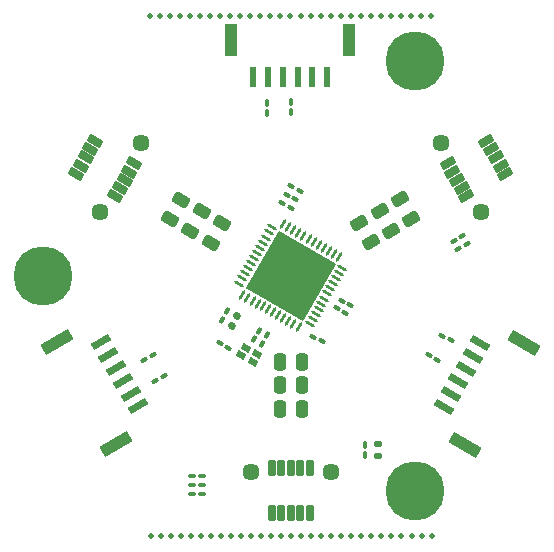
<source format=gbr>
%TF.GenerationSoftware,KiCad,Pcbnew,9.0.6-rc1*%
%TF.CreationDate,2025-10-31T17:35:14+01:00*%
%TF.ProjectId,PCB_BRUSHED,5043425f-4252-4555-9348-45442e6b6963,rev?*%
%TF.SameCoordinates,Original*%
%TF.FileFunction,Soldermask,Top*%
%TF.FilePolarity,Negative*%
%FSLAX46Y46*%
G04 Gerber Fmt 4.6, Leading zero omitted, Abs format (unit mm)*
G04 Created by KiCad (PCBNEW 9.0.6-rc1) date 2025-10-31 17:35:14*
%MOMM*%
%LPD*%
G01*
G04 APERTURE LIST*
G04 Aperture macros list*
%AMRoundRect*
0 Rectangle with rounded corners*
0 $1 Rounding radius*
0 $2 $3 $4 $5 $6 $7 $8 $9 X,Y pos of 4 corners*
0 Add a 4 corners polygon primitive as box body*
4,1,4,$2,$3,$4,$5,$6,$7,$8,$9,$2,$3,0*
0 Add four circle primitives for the rounded corners*
1,1,$1+$1,$2,$3*
1,1,$1+$1,$4,$5*
1,1,$1+$1,$6,$7*
1,1,$1+$1,$8,$9*
0 Add four rect primitives between the rounded corners*
20,1,$1+$1,$2,$3,$4,$5,0*
20,1,$1+$1,$4,$5,$6,$7,0*
20,1,$1+$1,$6,$7,$8,$9,0*
20,1,$1+$1,$8,$9,$2,$3,0*%
%AMRotRect*
0 Rectangle, with rotation*
0 The origin of the aperture is its center*
0 $1 length*
0 $2 width*
0 $3 Rotation angle, in degrees counterclockwise*
0 Add horizontal line*
21,1,$1,$2,0,0,$3*%
G04 Aperture macros list end*
%ADD10C,0.500000*%
%ADD11RoundRect,0.100000X-0.238361X0.022147X0.138361X-0.195353X0.238361X-0.022147X-0.138361X0.195353X0*%
%ADD12RoundRect,0.100000X-0.217500X-0.100000X0.217500X-0.100000X0.217500X0.100000X-0.217500X0.100000X0*%
%ADD13RoundRect,0.100000X0.022147X0.238361X-0.195353X-0.138361X-0.022147X-0.238361X0.195353X0.138361X0*%
%ADD14RoundRect,0.250000X0.286362X-0.454006X0.536362X-0.020994X-0.286362X0.454006X-0.536362X0.020994X0*%
%ADD15RoundRect,0.250000X-0.536362X-0.020994X-0.286362X-0.454006X0.536362X0.020994X0.286362X0.454006X0*%
%ADD16RoundRect,0.100000X0.217500X0.100000X-0.217500X0.100000X-0.217500X-0.100000X0.217500X-0.100000X0*%
%ADD17RoundRect,0.100000X-0.138361X-0.195353X0.238361X0.022147X0.138361X0.195353X-0.238361X-0.022147X0*%
%ADD18C,1.450000*%
%ADD19RoundRect,0.102000X-0.601314X-0.058494X-0.351314X-0.491506X0.601314X0.058494X0.351314X0.491506X0*%
%ADD20RotRect,0.600000X1.700000X300.000000*%
%ADD21RotRect,1.000000X2.700000X300.000000*%
%ADD22RoundRect,0.250000X0.250000X0.475000X-0.250000X0.475000X-0.250000X-0.475000X0.250000X-0.475000X0*%
%ADD23RoundRect,0.100000X0.238361X-0.022147X-0.138361X0.195353X-0.238361X0.022147X0.138361X-0.195353X0*%
%ADD24C,0.800000*%
%ADD25C,5.000000*%
%ADD26RotRect,0.600000X1.700000X60.000000*%
%ADD27RotRect,1.000000X2.700000X60.000000*%
%ADD28RoundRect,0.100000X-0.022147X-0.238361X0.195353X0.138361X0.022147X0.238361X-0.195353X-0.138361X0*%
%ADD29RoundRect,0.147500X0.075639X-0.213989X0.223139X0.041489X-0.075639X0.213989X-0.223139X-0.041489X0*%
%ADD30RoundRect,0.062500X-0.133373X-0.356010X0.241627X0.293510X0.133373X0.356010X-0.241627X-0.293510X0*%
%ADD31RoundRect,0.062500X0.293510X-0.241627X0.356010X-0.133373X-0.293510X0.241627X-0.356010X0.133373X0*%
%ADD32RotRect,5.600000X5.600000X60.000000*%
%ADD33RoundRect,0.100000X0.100000X-0.217500X0.100000X0.217500X-0.100000X0.217500X-0.100000X-0.217500X0*%
%ADD34RotRect,0.550000X0.750000X60.000000*%
%ADD35RoundRect,0.100000X0.138361X0.195353X-0.238361X-0.022147X-0.138361X-0.195353X0.238361X0.022147X0*%
%ADD36RoundRect,0.147500X0.172500X-0.147500X0.172500X0.147500X-0.172500X0.147500X-0.172500X-0.147500X0*%
%ADD37RoundRect,0.102000X0.250000X0.550000X-0.250000X0.550000X-0.250000X-0.550000X0.250000X-0.550000X0*%
%ADD38RoundRect,0.102000X0.351314X-0.491506X0.601314X-0.058494X-0.351314X0.491506X-0.601314X0.058494X0*%
%ADD39RoundRect,0.100000X-0.100000X0.217500X-0.100000X-0.217500X0.100000X-0.217500X0.100000X0.217500X0*%
%ADD40R,0.600000X1.700000*%
%ADD41R,1.000000X2.700000*%
G04 APERTURE END LIST*
D10*
%TO.C,REF\u002A\u002A*%
X141075000Y-118025000D03*
X141925000Y-118025000D03*
%TD*%
%TO.C,REF\u002A\u002A*%
X139375000Y-118025000D03*
X140225000Y-118025000D03*
%TD*%
%TO.C,REF\u002A\u002A*%
X135125000Y-118025000D03*
X135975000Y-118025000D03*
X136825000Y-118025000D03*
X137675000Y-118025000D03*
X138525000Y-118025000D03*
%TD*%
%TO.C,REF\u002A\u002A*%
X118125000Y-118025000D03*
X118975000Y-118025000D03*
X119825000Y-118025000D03*
X120675000Y-118025000D03*
X121525000Y-118025000D03*
%TD*%
%TO.C,REF\u002A\u002A*%
X130875000Y-118025000D03*
X131725000Y-118025000D03*
X132575000Y-118025000D03*
X133425000Y-118025000D03*
X134275000Y-118025000D03*
%TD*%
%TO.C,REF\u002A\u002A*%
X126625000Y-118025000D03*
X127475000Y-118025000D03*
X128325000Y-118025000D03*
X129175000Y-118025000D03*
X130025000Y-118025000D03*
%TD*%
%TO.C,REF\u002A\u002A*%
X122375000Y-118025000D03*
X123225000Y-118025000D03*
X124075000Y-118025000D03*
X124925000Y-118025000D03*
X125775000Y-118025000D03*
%TD*%
%TO.C,REF\u002A\u002A*%
X141025000Y-74000000D03*
X141875000Y-74000000D03*
%TD*%
%TO.C,REF\u002A\u002A*%
X139325000Y-74000000D03*
X140175000Y-74000000D03*
%TD*%
%TO.C,REF\u002A\u002A*%
X135075000Y-74000000D03*
X135925000Y-74000000D03*
X136775000Y-74000000D03*
X137625000Y-74000000D03*
X138475000Y-74000000D03*
%TD*%
%TO.C,REF\u002A\u002A*%
X130825000Y-74000000D03*
X131675000Y-74000000D03*
X132525000Y-74000000D03*
X133375000Y-74000000D03*
X134225000Y-74000000D03*
%TD*%
%TO.C,REF\u002A\u002A*%
X126575000Y-74000000D03*
X127425000Y-74000000D03*
X128275000Y-74000000D03*
X129125000Y-74000000D03*
X129975000Y-74000000D03*
%TD*%
%TO.C,REF\u002A\u002A*%
X122325000Y-74000000D03*
X123175000Y-74000000D03*
X124025000Y-74000000D03*
X124875000Y-74000000D03*
X125725000Y-74000000D03*
%TD*%
%TO.C,REF\u002A\u002A*%
X118075000Y-74000000D03*
X118925000Y-74000000D03*
X119775000Y-74000000D03*
X120625000Y-74000000D03*
X121475000Y-74000000D03*
%TD*%
D11*
%TO.C,R18*%
X134297095Y-98096250D03*
X135002905Y-98503750D03*
%TD*%
D12*
%TO.C,C8*%
X121635000Y-113700000D03*
X122450000Y-113700000D03*
%TD*%
D13*
%TO.C,R9*%
X124570000Y-99022539D03*
X124162500Y-99728349D03*
%TD*%
D14*
%TO.C,C36*%
X123228150Y-93187724D03*
X124178150Y-91542276D03*
%TD*%
D15*
%TO.C,C14*%
X139250000Y-89527276D03*
X140200000Y-91172724D03*
%TD*%
D16*
%TO.C,R8*%
X122450000Y-114475000D03*
X121635000Y-114475000D03*
%TD*%
D17*
%TO.C,R21*%
X143822095Y-93028750D03*
X144527905Y-92621250D03*
%TD*%
D18*
%TO.C,J5*%
X142719962Y-84730514D03*
X146119962Y-90619486D03*
D19*
X146564448Y-84589359D03*
X143273552Y-86489359D03*
X146964448Y-85282180D03*
X143673552Y-87182180D03*
X147364448Y-85975000D03*
X144073552Y-87875000D03*
X147764448Y-86667820D03*
X144473552Y-88567820D03*
X148164448Y-87360641D03*
X144873552Y-89260641D03*
%TD*%
D20*
%TO.C,J9*%
X113932147Y-101643255D03*
X114557147Y-102725786D03*
X115182147Y-103808318D03*
X115807147Y-104890850D03*
X116432147Y-105973382D03*
X117057147Y-107055913D03*
D21*
X110235865Y-101641108D03*
X115210865Y-110258060D03*
%TD*%
D22*
%TO.C,C33*%
X130950000Y-103270000D03*
X129050000Y-103270000D03*
%TD*%
D23*
%TO.C,R20*%
X143527905Y-101478750D03*
X142822095Y-101071250D03*
%TD*%
D17*
%TO.C,R26*%
X118547095Y-104903750D03*
X119252905Y-104496250D03*
%TD*%
D22*
%TO.C,C32*%
X130950000Y-105275000D03*
X129050000Y-105275000D03*
%TD*%
D24*
%TO.C,TP1*%
X138625000Y-77813467D03*
X139174175Y-76487642D03*
X139174175Y-79139292D03*
X140500000Y-75938467D03*
D25*
X140500000Y-77813467D03*
D24*
X140500000Y-79688467D03*
X141825825Y-76487642D03*
X141825825Y-79139292D03*
X142375000Y-77813467D03*
%TD*%
D26*
%TO.C,J3*%
X142934526Y-107116329D03*
X143559526Y-106033798D03*
X144184526Y-104951266D03*
X144809526Y-103868734D03*
X145434526Y-102786202D03*
X146059526Y-101703671D03*
D27*
X144780808Y-110318476D03*
X149755808Y-101701524D03*
%TD*%
D28*
%TO.C,R10*%
X127571250Y-101752905D03*
X127978750Y-101047095D03*
%TD*%
D11*
%TO.C,C9*%
X123997095Y-101696250D03*
X124702905Y-102103750D03*
%TD*%
%TO.C,R16*%
X141685595Y-102746250D03*
X142391405Y-103153750D03*
%TD*%
D24*
%TO.C,TP3*%
X138625000Y-114186533D03*
X139174175Y-112860708D03*
X139174175Y-115512358D03*
X140500000Y-112311533D03*
D25*
X140500000Y-114186533D03*
D24*
X140500000Y-116061533D03*
X141825825Y-112860708D03*
X141825825Y-115512358D03*
X142375000Y-114186533D03*
%TD*%
D29*
%TO.C,D1*%
X124990000Y-100240044D03*
X125475000Y-99400000D03*
%TD*%
D30*
%TO.C,U1*%
X125899680Y-97601962D03*
X126332693Y-97851962D03*
X126765706Y-98101961D03*
X127198718Y-98351962D03*
X127631731Y-98601962D03*
X128064744Y-98851962D03*
X128497756Y-99101962D03*
X128930769Y-99351962D03*
X129363782Y-99601962D03*
X129796794Y-99851962D03*
X130229807Y-100101962D03*
X130662820Y-100351962D03*
D31*
X131601962Y-100100320D03*
X131851962Y-99667307D03*
X132101961Y-99234294D03*
X132351962Y-98801282D03*
X132601962Y-98368269D03*
X132851962Y-97935256D03*
X133101962Y-97502244D03*
X133351962Y-97069231D03*
X133601962Y-96636218D03*
X133851962Y-96203206D03*
X134101962Y-95770193D03*
X134351962Y-95337180D03*
D30*
X134100320Y-94398038D03*
X133667307Y-94148038D03*
X133234294Y-93898039D03*
X132801282Y-93648038D03*
X132368269Y-93398038D03*
X131935256Y-93148038D03*
X131502244Y-92898038D03*
X131069231Y-92648038D03*
X130636218Y-92398038D03*
X130203206Y-92148038D03*
X129770193Y-91898038D03*
X129337180Y-91648038D03*
D31*
X128398038Y-91899680D03*
X128148038Y-92332693D03*
X127898039Y-92765706D03*
X127648038Y-93198718D03*
X127398038Y-93631731D03*
X127148038Y-94064744D03*
X126898038Y-94497756D03*
X126648038Y-94930769D03*
X126398038Y-95363782D03*
X126148038Y-95796794D03*
X125898038Y-96229807D03*
X125648038Y-96662820D03*
D32*
X130000000Y-96000000D03*
%TD*%
D23*
%TO.C,R23*%
X130750000Y-88825000D03*
X130044190Y-88417500D03*
%TD*%
D33*
%TO.C,R6*%
X136300000Y-111150000D03*
X136300000Y-110335000D03*
%TD*%
D34*
%TO.C,Y1*%
X125822372Y-102724520D03*
X126775000Y-103274520D03*
X127150000Y-102625000D03*
X126197372Y-102075000D03*
%TD*%
D33*
%TO.C,R11*%
X130000000Y-82132500D03*
X130000000Y-81317500D03*
%TD*%
D35*
%TO.C,C34*%
X144903349Y-93287500D03*
X144197539Y-93695000D03*
%TD*%
%TO.C,R22*%
X118314405Y-102746250D03*
X117608595Y-103153750D03*
%TD*%
D13*
%TO.C,C17*%
X127278750Y-100647095D03*
X126871250Y-101352905D03*
%TD*%
D11*
%TO.C,R24*%
X131922095Y-101146250D03*
X132627905Y-101553750D03*
%TD*%
D15*
%TO.C,C29*%
X135801190Y-91506492D03*
X136751190Y-93151940D03*
%TD*%
D11*
%TO.C,R17*%
X133922095Y-98721250D03*
X134627905Y-99128750D03*
%TD*%
D36*
%TO.C,LEDRED1*%
X137375000Y-111250000D03*
X137375000Y-110280000D03*
%TD*%
D23*
%TO.C,R12*%
X130352905Y-89528750D03*
X129647095Y-89121250D03*
%TD*%
D12*
%TO.C,R7*%
X121642500Y-112925000D03*
X122457500Y-112925000D03*
%TD*%
D24*
%TO.C,TP2*%
X107125000Y-96000000D03*
X107674175Y-94674175D03*
X107674175Y-97325825D03*
X109000000Y-94125000D03*
D25*
X109000000Y-96000000D03*
D24*
X109000000Y-97875000D03*
X110325825Y-94674175D03*
X110325825Y-97325825D03*
X110875000Y-96000000D03*
%TD*%
D18*
%TO.C,J7*%
X133400000Y-112650000D03*
X126600000Y-112650000D03*
D37*
X131600000Y-116050000D03*
X131600000Y-112250000D03*
X130800000Y-116050000D03*
X130800000Y-112250000D03*
X130000000Y-116050000D03*
X130000000Y-112250000D03*
X129200000Y-116050000D03*
X129200000Y-112250000D03*
X128400000Y-116050000D03*
X128400000Y-112250000D03*
%TD*%
D14*
%TO.C,C13*%
X119775000Y-91197724D03*
X120725000Y-89552276D03*
%TD*%
D15*
%TO.C,C30*%
X137525000Y-90527276D03*
X138475000Y-92172724D03*
%TD*%
D18*
%TO.C,J8*%
X113880038Y-90619486D03*
X117280038Y-84730514D03*
D38*
X111835552Y-87360641D03*
X115126448Y-89260641D03*
X112235552Y-86667820D03*
X115526448Y-88567820D03*
X112635552Y-85975000D03*
X115926448Y-87875000D03*
X113035552Y-85282180D03*
X116326448Y-87182180D03*
X113435552Y-84589359D03*
X116726448Y-86489359D03*
%TD*%
D23*
%TO.C,R13*%
X129977905Y-90228750D03*
X129272095Y-89821250D03*
%TD*%
D14*
%TO.C,C37*%
X121500000Y-92197724D03*
X122450000Y-90552276D03*
%TD*%
D39*
%TO.C,R15*%
X128025000Y-81367500D03*
X128025000Y-82182500D03*
%TD*%
D22*
%TO.C,C12*%
X130950000Y-107275000D03*
X129050000Y-107275000D03*
%TD*%
D40*
%TO.C,J1*%
X133075000Y-79201115D03*
X131825000Y-79201115D03*
X130575000Y-79201115D03*
X129325000Y-79201115D03*
X128075000Y-79201115D03*
X126825000Y-79201115D03*
D41*
X134925000Y-76001115D03*
X124975000Y-76001115D03*
%TD*%
M02*

</source>
